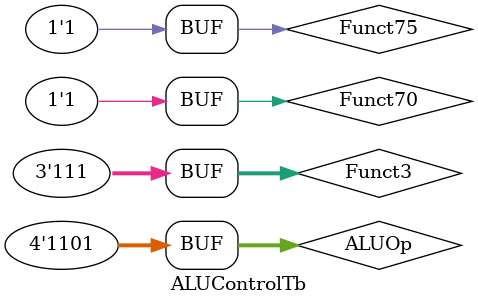
<source format=v>
`timescale 1ns / 1ps
/*
Objetivo:
	Probar que el modulo genera la señal de control de la ALU correcta para cada tipo de operación.

Procedimiento:
	Se le envían los valores de las entradas para cada tipo de operación, y se verifica el valor de la salida ALU_Control.
	A continuación se muestra las entradas y para cada caso el valor esperado de la salida.
	
	// add							ALU_Control <= 5'b00000;
			ALUOp = 4'b0110;
			Funct75 = 1'b0;
			Funct70 = 1'b0;
			Funct3 = 3'b000;
			#10
	// xori							ALU_Control <= 5'b10000;
			ALUOp = 4'b0010;
			Funct75 = 1'b0;
			Funct70 = 1'b0;
			Funct3 = 3'b100;
			#10
	// sb								ALU_Control <= 5'b00000;
			ALUOp = 4'b0100;
			Funct75 = 1'b0;
			Funct70 = 1'b0;
			Funct3 = 3'b000;
			#10
	// bne							ALU_Control <= 5'b10000;
			ALUOp = 4'b1100;
			Funct75 = 1'b0;
			Funct70 = 1'b0;
			Funct3 = 3'b001;
			#10			
	// lui							ALU_Control <= 5'b11111;
			ALUOp = 4'b0111;
			Funct75 = 1'b0;
			Funct70 = 1'b0;
			Funct3 = 3'b000;
			#10
	// jal							ALU_Control <= 5'b00000;
			ALUOp = 4'b1101;
			Funct75 = 1'b1;
			Funct70 = 1'b1;
			Funct3 = 3'b111;
*/
module ALUControlTb;

	// Inputs
	reg [3:0] ALUOp;
	reg Funct75;
	reg Funct70;
	reg [2:0] Funct3;

	// Outputs
	wire [4:0] ALU_Control;

	// Instantiate the Unit Under Test (UUT)
	ALUControl uut (
		.ALUOp(ALUOp), 
		.Funct75(Funct75), 
		.Funct70(Funct70), 
		.Funct3(Funct3), 
		.ALU_Control(ALU_Control)
	);

	initial 
		begin
			// Initialize Inputs
			ALUOp = 0;
			Funct75 = 0;
			Funct70 = 0;
			Funct3 = 0;
			// Wait 100 ns for global reset to finish
			#100;
			// Add stimulus here
			// add
			ALUOp = 4'b0110;
			Funct75 = 1'b0;
			Funct70 = 1'b0;
			Funct3 = 3'b000;
			#10
			// xori
			ALUOp = 4'b0010;
			Funct75 = 1'b0;
			Funct70 = 1'b0;
			Funct3 = 3'b100;
			#10
			// sb
			ALUOp = 4'b0100;
			Funct75 = 1'b0;
			Funct70 = 1'b0;
			Funct3 = 3'b000;
			#10
			// bne
			ALUOp = 4'b1100;
			Funct75 = 1'b0;
			Funct70 = 1'b0;
			Funct3 = 3'b001;
			#10			
			// lui
			ALUOp = 4'b0111;
			Funct75 = 1'b0;
			Funct70 = 1'b0;
			Funct3 = 3'b000;
			#10
			// jal
			ALUOp = 4'b1101;
			Funct75 = 1'b1;
			Funct70 = 1'b1;
			Funct3 = 3'b111;
		end
endmodule


</source>
